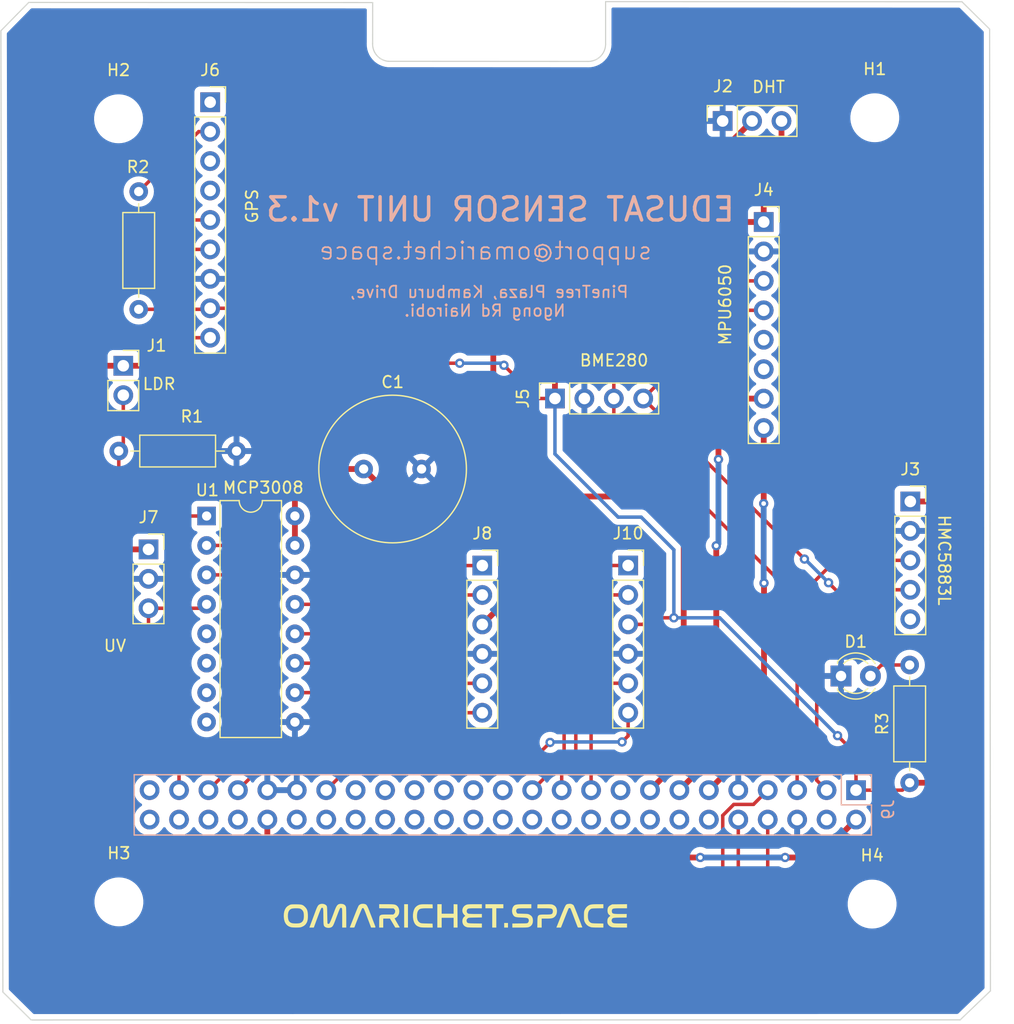
<source format=kicad_pcb>
(kicad_pcb (version 20211014) (generator pcbnew)
  (layers (0 "F.Cu" signal) (31 "B.Cu" power) (34 "B.Paste" user) (35 "F.Paste" user) (36 "B.SilkS" user "B.Silkscreen") (37 "F.SilkS" user "F.Silkscreen") (38 "B.Mask" user) (39 "F.Mask" user) (44 "Edge.Cuts" user))
  (net 0 "")
  (net 1 "+5V")
  (net 2 "GND")
  (net 3 "CH0")
  (net 4 "DHTOUT")
  (net 5 "+3.3V")
  (net 6 "SCL")
  (net 7 "SDA")
  (net 11 "ADO")
  (net 12 "INT")
  (net 16 "TX")
  (net 17 "RX")
  (net 18 "PPS")
  (net 19 "CH3")
  (net 20 "CLK")
  (net 21 "MISO")
  (net 22 "MOSI")
  (net 23 "CS")
  (net 30 "RXO1_MOSI")
  (net 32 "RXO_MISO")
  (net 34 "TXI_CLK")
  (net 48 "TXI1_CS")
  (net 51 "CH1")
  (net 53 "CH2")
  (net 62 "/EN")
  (net 63 "Net-(D1-Pad2)")
  (footprint "LED_THT:LED_D3.0mm" (layer "F.Cu") (at 158.295 119.74)
    (fp_text reference "D1" (at 1.27 -2.96) (layer "F.SilkS"))
    (fp_text value "LED")
    (pad "1" thru_hole rect (at 0 0) (size 1.8 1.8) (drill 0.9) (layers *.Cu *.Mask) (net 2 "GND"))
    (pad "2" thru_hole circle (at 2.54 0) (size 1.8 1.8) (drill 0.9) (layers *.Cu *.Mask) (net 63 "Net-(D1-Pad2)"))
  )
  (footprint "Resistor_THT:R_Axial_DIN0207_L6.3mm_D2.5mm_P10.16mm_Horizontal" (layer "F.Cu") (at 97.69 77.94 -90)
    (fp_text reference "R2" (at -2.12 0.06 180) (layer "F.SilkS"))
    (fp_text value "10K")
    (pad "1" thru_hole circle (at 0 0 270) (size 1.6 1.6) (drill 0.8) (layers *.Cu *.Mask) (net 62 "/EN"))
    (pad "2" thru_hole oval (at 10.16 0 270) (size 1.6 1.6) (drill 0.8) (layers *.Cu *.Mask) (net 5 "+3.3V"))
  )
  (footprint "MountingHole:MountingHole_3.2mm_M3" (layer "F.Cu") (at 95.95 71.66)
    (fp_text reference "H2" (at 0 -4.2) (layer "F.SilkS"))
    (fp_text value "MountingHole")
    (pad "" np_thru_hole circle (at 0 0) (size 3.2 3.2) (drill 3.2) (layers *.Cu *.Mask))
  )
  (footprint "Package_DIP:DIP-16_W7.62mm" (layer "F.Cu") (at 103.55 105.935)
    (fp_text reference "U1" (at 0.06 -2.225) (layer "F.SilkS"))
    (fp_text value "MCP3008")
    (pad "1" thru_hole rect (at 0 0) (size 1.6 1.6) (drill 0.8) (layers *.Cu *.Mask) (net 3 "CH0"))
    (pad "2" thru_hole oval (at 0 2.54) (size 1.6 1.6) (drill 0.8) (layers *.Cu *.Mask) (net 51 "CH1"))
    (pad "3" thru_hole oval (at 0 5.08) (size 1.6 1.6) (drill 0.8) (layers *.Cu *.Mask) (net 53 "CH2"))
    (pad "4" thru_hole oval (at 0 7.62) (size 1.6 1.6) (drill 0.8) (layers *.Cu *.Mask) (net 19 "CH3"))
    (pad "5" thru_hole oval (at 0 10.16) (size 1.6 1.6) (drill 0.8) (layers *.Cu *.Mask))
    (pad "6" thru_hole oval (at 0 12.7) (size 1.6 1.6) (drill 0.8) (layers *.Cu *.Mask))
    (pad "7" thru_hole oval (at 0 15.24) (size 1.6 1.6) (drill 0.8) (layers *.Cu *.Mask))
    (pad "8" thru_hole oval (at 0 17.78) (size 1.6 1.6) (drill 0.8) (layers *.Cu *.Mask))
    (pad "9" thru_hole oval (at 7.62 17.78) (size 1.6 1.6) (drill 0.8) (layers *.Cu *.Mask) (net 2 "GND"))
    (pad "10" thru_hole oval (at 7.62 15.24) (size 1.6 1.6) (drill 0.8) (layers *.Cu *.Mask) (net 23 "CS"))
    (pad "11" thru_hole oval (at 7.62 12.7) (size 1.6 1.6) (drill 0.8) (layers *.Cu *.Mask) (net 22 "MOSI"))
    (pad "12" thru_hole oval (at 7.62 10.16) (size 1.6 1.6) (drill 0.8) (layers *.Cu *.Mask) (net 21 "MISO"))
    (pad "13" thru_hole oval (at 7.62 7.62) (size 1.6 1.6) (drill 0.8) (layers *.Cu *.Mask) (net 20 "CLK"))
    (pad "14" thru_hole oval (at 7.62 5.08) (size 1.6 1.6) (drill 0.8) (layers *.Cu *.Mask) (net 2 "GND"))
    (pad "15" thru_hole oval (at 7.62 2.54) (size 1.6 1.6) (drill 0.8) (layers *.Cu *.Mask) (net 1 "+5V"))
    (pad "16" thru_hole oval (at 7.62 0) (size 1.6 1.6) (drill 0.8) (layers *.Cu *.Mask) (net 1 "+5V"))
  )
  (footprint "Connector_PinSocket_2.54mm:PinSocket_1x03_P2.54mm_Vertical" (layer "F.Cu") (at 98.535 108.815)
    (fp_text reference "J7" (at 0 -2.77) (layer "F.SilkS"))
    (fp_text value "Conn_01x03_GUVA-S12SD")
    (pad "1" thru_hole rect (at 0 0) (size 1.7 1.7) (drill 1) (layers *.Cu *.Mask) (net 1 "+5V"))
    (pad "2" thru_hole oval (at 0 2.54) (size 1.7 1.7) (drill 1) (layers *.Cu *.Mask) (net 2 "GND"))
    (pad "3" thru_hole oval (at 0 5.08) (size 1.7 1.7) (drill 1) (layers *.Cu *.Mask) (net 19 "CH3"))
  )
  (footprint "MountingHole:MountingHole_3.2mm_M3" (layer "F.Cu") (at 161.21 71.57)
    (fp_text reference "H1" (at 0 -4.2) (layer "F.SilkS"))
    (fp_text value "MountingHole")
    (pad "" np_thru_hole circle (at 0 0) (size 3.2 3.2) (drill 3.2) (layers *.Cu *.Mask))
  )
  (footprint "Capacitor_THT:C_Radial_D12.5mm_H25.0mm_P5.00mm" (layer "F.Cu") (at 117.1 101.88)
    (fp_text reference "C1" (at 2.5 -7.5) (layer "F.SilkS"))
    (fp_text value "100n")
    (pad "1" thru_hole circle (at 0 0) (size 1.6 1.6) (drill 0.8) (layers *.Cu *.Mask) (net 1 "+5V"))
    (pad "2" thru_hole circle (at 5 0) (size 1.6 1.6) (drill 0.8) (layers *.Cu *.Mask) (net 2 "GND"))
  )
  (footprint "Connector_PinSocket_2.54mm:PinSocket_1x02_P2.54mm_Vertical" (layer "F.Cu") (at 96.36 92.97)
    (fp_text reference "J1" (at 2.87 -1.74) (layer "F.SilkS"))
    (fp_text value "Conn_01x02_Light")
    (pad "1" thru_hole rect (at 0 0) (size 1.7 1.7) (drill 1) (layers *.Cu *.Mask) (net 1 "+5V"))
    (pad "2" thru_hole oval (at 0 2.54) (size 1.7 1.7) (drill 1) (layers *.Cu *.Mask) (net 3 "CH0"))
  )
  (footprint "Connector_PinSocket_2.54mm:PinSocket_1x04_P2.54mm_Vertical" (layer "F.Cu") (at 133.61 95.795 90)
    (fp_text reference "J5" (at 0 -2.77 90) (layer "F.SilkS"))
    (fp_text value "Conn_01x04_BME280")
    (pad "1" thru_hole rect (at 0 0 90) (size 1.7 1.7) (drill 1) (layers *.Cu *.Mask) (net 5 "+3.3V"))
    (pad "2" thru_hole oval (at 0 2.54 90) (size 1.7 1.7) (drill 1) (layers *.Cu *.Mask) (net 2 "GND"))
    (pad "3" thru_hole oval (at 0 5.08 90) (size 1.7 1.7) (drill 1) (layers *.Cu *.Mask) (net 6 "SCL"))
    (pad "4" thru_hole oval (at 0 7.62 90) (size 1.7 1.7) (drill 1) (layers *.Cu *.Mask) (net 7 "SDA"))
  )
  (footprint "MountingHole:MountingHole_3.2mm_M3" (layer "F.Cu") (at 160.98 139.42)
    (fp_text reference "H4" (at 0 -4.2) (layer "F.SilkS"))
    (fp_text value "MountingHole")
    (pad "" np_thru_hole circle (at 0 0) (size 3.2 3.2) (drill 3.2) (layers *.Cu *.Mask))
  )
  (footprint "LOGO" (layer "F.Cu") (at 125.03 140.58)
    (fp_text reference "G***" hide)
    (fp_text value "LOGO" hide)
  )
  (footprint "Connector_PinSocket_2.54mm:PinSocket_1x08_P2.54mm_Vertical" (layer "F.Cu") (at 151.625 80.565)
    (fp_text reference "J4" (at 0 -2.77) (layer "F.SilkS"))
    (fp_text value "Conn_01x08_mpu6050")
    (pad "1" thru_hole rect (at 0 0) (size 1.7 1.7) (drill 1) (layers *.Cu *.Mask) (net 5 "+3.3V"))
    (pad "2" thru_hole oval (at 0 2.54) (size 1.7 1.7) (drill 1) (layers *.Cu *.Mask) (net 2 "GND"))
    (pad "3" thru_hole oval (at 0 5.08) (size 1.7 1.7) (drill 1) (layers *.Cu *.Mask) (net 6 "SCL"))
    (pad "4" thru_hole oval (at 0 7.62) (size 1.7 1.7) (drill 1) (layers *.Cu *.Mask) (net 7 "SDA"))
    (pad "5" thru_hole oval (at 0 10.16) (size 1.7 1.7) (drill 1) (layers *.Cu *.Mask))
    (pad "6" thru_hole oval (at 0 12.7) (size 1.7 1.7) (drill 1) (layers *.Cu *.Mask))
    (pad "7" thru_hole oval (at 0 15.24) (size 1.7 1.7) (drill 1) (layers *.Cu *.Mask) (net 11 "ADO"))
    (pad "8" thru_hole oval (at 0 17.78) (size 1.7 1.7) (drill 1) (layers *.Cu *.Mask) (net 12 "INT"))
  )
  (footprint "Connector_PinSocket_2.54mm:PinSocket_1x03_P2.54mm_Vertical" (layer "F.Cu") (at 148.08 71.85 90)
    (fp_text reference "J2" (at 2.995 0.025 180) (layer "F.SilkS"))
    (fp_text value "Conn_01x03_DHT")
    (pad "1" thru_hole rect (at 0 0 90) (size 1.7 1.7) (drill 1) (layers *.Cu *.Mask) (net 2 "GND"))
    (pad "2" thru_hole oval (at 0 2.54 90) (size 1.7 1.7) (drill 1) (layers *.Cu *.Mask) (net 4 "DHTOUT"))
    (pad "3" thru_hole oval (at 0 5.08 90) (size 1.7 1.7) (drill 1) (layers *.Cu *.Mask) (net 5 "+3.3V"))
  )
  (footprint "Connector_PinSocket_2.54mm:PinSocket_1x06_P2.54mm_Vertical" (layer "F.Cu") (at 139.925 110.205)
    (fp_text reference "J10" (at 0 -2.77) (layer "F.SilkS"))
    (fp_text value "Conn_01x06_LLCB")
    (pad "1" thru_hole rect (at 0 0) (size 1.7 1.7) (drill 1) (layers *.Cu *.Mask) (net 34 "TXI_CLK"))
    (pad "2" thru_hole oval (at 0 2.54) (size 1.7 1.7) (drill 1) (layers *.Cu *.Mask) (net 32 "RXO_MISO"))
    (pad "3" thru_hole oval (at 0 5.08) (size 1.7 1.7) (drill 1) (layers *.Cu *.Mask) (net 5 "+3.3V"))
    (pad "4" thru_hole oval (at 0 7.62) (size 1.7 1.7) (drill 1) (layers *.Cu *.Mask) (net 2 "GND"))
    (pad "5" thru_hole oval (at 0 10.16) (size 1.7 1.7) (drill 1) (layers *.Cu *.Mask) (net 30 "RXO1_MOSI"))
    (pad "6" thru_hole oval (at 0 12.7) (size 1.7 1.7) (drill 1) (layers *.Cu *.Mask) (net 48 "TXI1_CS"))
  )
  (footprint "Connector_PinSocket_2.54mm:PinSocket_1x05_P2.54mm_Vertical" (layer "F.Cu") (at 164.275 104.68)
    (fp_text reference "J3" (at 0 -2.77) (layer "F.SilkS"))
    (fp_text value "Conn_01x05_HMC5883L")
    (pad "1" thru_hole rect (at 0 0) (size 1.7 1.7) (drill 1) (layers *.Cu *.Mask) (net 5 "+3.3V"))
    (pad "2" thru_hole oval (at 0 2.54) (size 1.7 1.7) (drill 1) (layers *.Cu *.Mask) (net 2 "GND"))
    (pad "3" thru_hole oval (at 0 5.08) (size 1.7 1.7) (drill 1) (layers *.Cu *.Mask) (net 6 "SCL"))
    (pad "4" thru_hole oval (at 0 7.62) (size 1.7 1.7) (drill 1) (layers *.Cu *.Mask) (net 7 "SDA"))
    (pad "5" thru_hole oval (at 0 10.16) (size 1.7 1.7) (drill 1) (layers *.Cu *.Mask))
  )
  (footprint "Connector_PinSocket_2.54mm:PinSocket_1x06_P2.54mm_Vertical" (layer "F.Cu") (at 127.34 110.21)
    (fp_text reference "J8" (at 0 -2.77) (layer "F.SilkS"))
    (fp_text value "Conn_01x06_LLCA")
    (pad "1" thru_hole rect (at 0 0) (size 1.7 1.7) (drill 1) (layers *.Cu *.Mask) (net 20 "CLK"))
    (pad "2" thru_hole oval (at 0 2.54) (size 1.7 1.7) (drill 1) (layers *.Cu *.Mask) (net 21 "MISO"))
    (pad "3" thru_hole oval (at 0 5.08) (size 1.7 1.7) (drill 1) (layers *.Cu *.Mask) (net 1 "+5V"))
    (pad "4" thru_hole oval (at 0 7.62) (size 1.7 1.7) (drill 1) (layers *.Cu *.Mask) (net 2 "GND"))
    (pad "5" thru_hole oval (at 0 10.16) (size 1.7 1.7) (drill 1) (layers *.Cu *.Mask) (net 22 "MOSI"))
    (pad "6" thru_hole oval (at 0 12.7) (size 1.7 1.7) (drill 1) (layers *.Cu *.Mask) (net 23 "CS"))
  )
  (footprint "Resistor_THT:R_Axial_DIN0207_L6.3mm_D2.5mm_P10.16mm_Horizontal" (layer "F.Cu") (at 95.97 100.33)
    (fp_text reference "R1" (at 6.31 -2.98) (layer "F.SilkS"))
    (fp_text value "10k")
    (pad "1" thru_hole circle (at 0 0) (size 1.6 1.6) (drill 0.8) (layers *.Cu *.Mask) (net 3 "CH0"))
    (pad "2" thru_hole oval (at 10.16 0) (size 1.6 1.6) (drill 0.8) (layers *.Cu *.Mask) (net 2 "GND"))
  )
  (footprint "MountingHole:MountingHole_3.2mm_M3" (layer "F.Cu") (at 95.98 139.23)
    (fp_text reference "H3" (at 0 -4.2) (layer "F.SilkS"))
    (fp_text value "MountingHole")
    (pad "" np_thru_hole circle (at 0 0) (size 3.2 3.2) (drill 3.2) (layers *.Cu *.Mask))
  )
  (footprint "Resistor_THT:R_Axial_DIN0207_L6.3mm_D2.5mm_P10.16mm_Horizontal" (layer "F.Cu") (at 164.22 128.95 90)
    (fp_text reference "R3" (at 5.08 -2.37 90) (layer "F.SilkS"))
    (fp_text value "R")
    (pad "1" thru_hole circle (at 0 0 90) (size 1.6 1.6) (drill 0.8) (layers *.Cu *.Mask) (net 5 "+3.3V"))
    (pad "2" thru_hole oval (at 10.16 0 90) (size 1.6 1.6) (drill 0.8) (layers *.Cu *.Mask) (net 63 "Net-(D1-Pad2)"))
  )
  (footprint "Connector_PinSocket_2.54mm:PinSocket_1x09_P2.54mm_Vertical" (layer "F.Cu") (at 103.855 70.23)
    (fp_text reference "J6" (at 0 -2.77) (layer "F.SilkS"))
    (fp_text value "Conn_01x09_GPS")
    (pad "1" thru_hole rect (at 0 0) (size 1.7 1.7) (drill 1) (layers *.Cu *.Mask))
    (pad "2" thru_hole oval (at 0 2.54) (size 1.7 1.7) (drill 1) (layers *.Cu *.Mask) (net 62 "/EN"))
    (pad "3" thru_hole oval (at 0 5.08) (size 1.7 1.7) (drill 1) (layers *.Cu *.Mask))
    (pad "4" thru_hole oval (at 0 7.62) (size 1.7 1.7) (drill 1) (layers *.Cu *.Mask))
    (pad "5" thru_hole oval (at 0 10.16) (size 1.7 1.7) (drill 1) (layers *.Cu *.Mask) (net 16 "TX"))
    (pad "6" thru_hole oval (at 0 12.7) (size 1.7 1.7) (drill 1) (layers *.Cu *.Mask) (net 17 "RX"))
    (pad "7" thru_hole oval (at 0 15.24) (size 1.7 1.7) (drill 1) (layers *.Cu *.Mask) (net 2 "GND"))
    (pad "8" thru_hole oval (at 0 17.78) (size 1.7 1.7) (drill 1) (layers *.Cu *.Mask) (net 5 "+3.3V"))
    (pad "9" thru_hole oval (at 0 20.32) (size 1.7 1.7) (drill 1) (layers *.Cu *.Mask) (net 18 "PPS"))
  )
  (footprint "Connector_PinSocket_2.54mm:PinSocket_2x25_P2.54mm_Vertical" (layer "B.Cu") (at 159.59 129.59 90)
    (fp_text reference "J9" (at -1.67 2.77 90) (layer "B.SilkS") (effects (justify mirror)))
    (fp_text value "Conn_02x25_Odd_Even")
    (pad "1" thru_hole rect (at 0 0 90) (size 1.7 1.7) (drill 1) (layers *.Cu *.Mask) (net 5 "+3.3V"))
    (pad "2" thru_hole oval (at -2.54 0 90) (size 1.7 1.7) (drill 1) (layers *.Cu *.Mask) (net 1 "+5V"))
    (pad "3" thru_hole oval (at 0 -2.54 90) (size 1.7 1.7) (drill 1) (layers *.Cu *.Mask) (net 7 "SDA"))
    (pad "4" thru_hole oval (at -2.54 -2.54 90) (size 1.7 1.7) (drill 1) (layers *.Cu *.Mask))
    (pad "5" thru_hole oval (at 0 -5.08 90) (size 1.7 1.7) (drill 1) (layers *.Cu *.Mask) (net 6 "SCL"))
    (pad "6" thru_hole oval (at -2.54 -5.08 90) (size 1.7 1.7) (drill 1) (layers *.Cu *.Mask) (net 2 "GND"))
    (pad "7" thru_hole oval (at 0 -7.62 90) (size 1.7 1.7) (drill 1) (layers *.Cu *.Mask) (net 18 "PPS"))
    (pad "8" thru_hole oval (at -2.54 -7.62 90) (size 1.7 1.7) (drill 1) (layers *.Cu *.Mask) (net 16 "TX"))
    (pad "9" thru_hole oval (at 0 -10.16 90) (size 1.7 1.7) (drill 1) (layers *.Cu *.Mask) (net 2 "GND"))
    (pad "10" thru_hole oval (at -2.54 -10.16 90) (size 1.7 1.7) (drill 1) (layers *.Cu *.Mask) (net 17 "RX"))
    (pad "11" thru_hole oval (at 0 -12.7 90) (size 1.7 1.7) (drill 1) (layers *.Cu *.Mask) (net 12 "INT"))
    (pad "12" thru_hole oval (at -2.54 -12.7 90) (size 1.7 1.7) (drill 1) (layers *.Cu *.Mask))
    (pad "13" thru_hole oval (at 0 -15.24 90) (size 1.7 1.7) (drill 1) (layers *.Cu *.Mask) (net 11 "ADO"))
    (pad "14" thru_hole oval (at -2.54 -15.24 90) (size 1.7 1.7) (drill 1) (layers *.Cu *.Mask))
    (pad "15" thru_hole oval (at 0 -17.78 90) (size 1.7 1.7) (drill 1) (layers *.Cu *.Mask) (net 4 "DHTOUT"))
    (pad "16" thru_hole oval (at -2.54 -17.78 90) (size 1.7 1.7) (drill 1) (layers *.Cu *.Mask))
    (pad "17" thru_hole oval (at 0 -20.32 90) (size 1.7 1.7) (drill 1) (layers *.Cu *.Mask))
    (pad "18" thru_hole oval (at -2.54 -20.32 90) (size 1.7 1.7) (drill 1) (layers *.Cu *.Mask))
    (pad "19" thru_hole oval (at 0 -22.86 90) (size 1.7 1.7) (drill 1) (layers *.Cu *.Mask) (net 30 "RXO1_MOSI"))
    (pad "20" thru_hole oval (at -2.54 -22.86 90) (size 1.7 1.7) (drill 1) (layers *.Cu *.Mask))
    (pad "21" thru_hole oval (at 0 -25.4 90) (size 1.7 1.7) (drill 1) (layers *.Cu *.Mask) (net 32 "RXO_MISO"))
    (pad "22" thru_hole oval (at -2.54 -25.4 90) (size 1.7 1.7) (drill 1) (layers *.Cu *.Mask))
    (pad "23" thru_hole oval (at 0 -27.94 90) (size 1.7 1.7) (drill 1) (layers *.Cu *.Mask) (net 34 "TXI_CLK"))
    (pad "24" thru_hole oval (at -2.54 -27.94 90) (size 1.7 1.7) (drill 1) (layers *.Cu *.Mask))
    (pad "25" thru_hole oval (at 0 -30.48 90) (size 1.7 1.7) (drill 1) (layers *.Cu *.Mask))
    (pad "26" thru_hole oval (at -2.54 -30.48 90) (size 1.7 1.7) (drill 1) (layers *.Cu *.Mask))
    (pad "27" thru_hole oval (at 0 -33.02 90) (size 1.7 1.7) (drill 1) (layers *.Cu *.Mask))
    (pad "28" thru_hole oval (at -2.54 -33.02 90) (size 1.7 1.7) (drill 1) (layers *.Cu *.Mask))
    (pad "29" thru_hole oval (at 0 -35.56 90) (size 1.7 1.7) (drill 1) (layers *.Cu *.Mask))
    (pad "30" thru_hole oval (at -2.54 -35.56 90) (size 1.7 1.7) (drill 1) (layers *.Cu *.Mask))
    (pad "31" thru_hole oval (at 0 -38.1 90) (size 1.7 1.7) (drill 1) (layers *.Cu *.Mask))
    (pad "32" thru_hole oval (at -2.54 -38.1 90) (size 1.7 1.7) (drill 1) (layers *.Cu *.Mask))
    (pad "33" thru_hole oval (at 0 -40.64 90) (size 1.7 1.7) (drill 1) (layers *.Cu *.Mask))
    (pad "34" thru_hole oval (at -2.54 -40.64 90) (size 1.7 1.7) (drill 1) (layers *.Cu *.Mask))
    (pad "35" thru_hole oval (at 0 -43.18 90) (size 1.7 1.7) (drill 1) (layers *.Cu *.Mask))
    (pad "36" thru_hole oval (at -2.54 -43.18 90) (size 1.7 1.7) (drill 1) (layers *.Cu *.Mask))
    (pad "37" thru_hole oval (at 0 -45.72 90) (size 1.7 1.7) (drill 1) (layers *.Cu *.Mask) (net 48 "TXI1_CS"))
    (pad "38" thru_hole oval (at -2.54 -45.72 90) (size 1.7 1.7) (drill 1) (layers *.Cu *.Mask))
    (pad "39" thru_hole oval (at 0 -48.26 90) (size 1.7 1.7) (drill 1) (layers *.Cu *.Mask) (net 2 "GND"))
    (pad "40" thru_hole oval (at -2.54 -48.26 90) (size 1.7 1.7) (drill 1) (layers *.Cu *.Mask))
    (pad "41" thru_hole oval (at 0 -50.8 90) (size 1.7 1.7) (drill 1) (layers *.Cu *.Mask) (net 2 "GND"))
    (pad "42" thru_hole oval (at -2.54 -50.8 90) (size 1.7 1.7) (drill 1) (layers *.Cu *.Mask) (net 1 "+5V"))
    (pad "43" thru_hole oval (at 0 -53.34 90) (size 1.7 1.7) (drill 1) (layers *.Cu *.Mask) (net 51 "CH1"))
    (pad "44" thru_hole oval (at -2.54 -53.34 90) (size 1.7 1.7) (drill 1) (layers *.Cu *.Mask))
    (pad "45" thru_hole oval (at 0 -55.88 90) (size 1.7 1.7) (drill 1) (layers *.Cu *.Mask) (net 53 "CH2"))
    (pad "46" thru_hole oval (at -2.54 -55.88 90) (size 1.7 1.7) (drill 1) (layers *.Cu *.Mask))
    (pad "47" thru_hole oval (at 0 -58.42 90) (size 1.7 1.7) (drill 1) (layers *.Cu *.Mask) (net 19 "CH3"))
    (pad "48" thru_hole oval (at -2.54 -58.42 90) (size 1.7 1.7) (drill 1) (layers *.Cu *.Mask))
    (pad "49" thru_hole oval (at 0 -60.96 90) (size 1.7 1.7) (drill 1) (layers *.Cu *.Mask))
    (pad "50" thru_hole oval (at -2.54 -60.96 90) (size 1.7 1.7) (drill 1) (layers *.Cu *.Mask))
  )
  (gr_line (start 137.979995 65.22) (end 137.98 61.55) (layer "Edge.Cuts") (width 0.1))
  (gr_line (start 137.98 61.55) (end 168.73 61.56) (layer "Edge.Cuts") (width 0.1))
  (gr_arc (start 119.25 66.7) (mid 118.252167 66.207526) (end 117.877136 65.159884) (layer "Edge.Cuts") (width 0.1))
  (gr_line (start 171.19 146.91) (end 168.58 149.41) (layer "Edge.Cuts") (width 0.1))
  (gr_line (start 85.97 147.01) (end 85.8 64.06) (layer "Edge.Cuts") (width 0.1))
  (gr_line (start 168.73 61.56) (end 171.12 63.92) (layer "Edge.Cuts") (width 0.1))
  (gr_line (start 117.88 61.63) (end 88.2 61.62) (layer "Edge.Cuts") (width 0.1))
  (gr_arc (start 137.979995 65.22) (mid 137.526444 66.28473) (end 136.45 66.709733) (layer "Edge.Cuts") (width 0.1))
  (gr_line (start 117.877136 65.159884) (end 117.88 61.63) (layer "Edge.Cuts") (width 0.1))
  (gr_line (start 136.45 66.709733) (end 119.25 66.7) (layer "Edge.Cuts") (width 0.1))
  (gr_line (start 85.8 64.06) (end 88.2 61.62) (layer "Edge.Cuts") (width 0.1))
  (gr_line (start 168.58 149.41) (end 88.41 149.42) (layer "Edge.Cuts") (width 0.1))
  (gr_line (start 88.41 149.42) (end 85.97 147.01) (layer "Edge.Cuts") (width 0.1))
  (gr_line (start 171.12 63.92) (end 171.19 146.91) (layer "Edge.Cuts") (width 0.1))
  (gr_text "EDUSAT SENSOR UNIT v1.3" (at 128.9 79.48) (layer "B.SilkS") (effects (font (size 2 2) (thickness 0.3)) (justify mirror)))
  (gr_text "PineTree Plaza, Kamburu Drive, \nNgong Rd Nairobi." (at 127.56 87.41) (layer "B.SilkS") (effects (font (size 1 1)) (justify mirror)))
  (gr_text "support@omarichet.space" (at 127.62 83.05) (layer "B.SilkS") (effects (font (size 1.5 1.5)) (justify mirror)))
  (gr_text "MCP3008" (at 108.44 103.49) (layer "F.SilkS") (effects (font (size 1 1))))
  (gr_text "MPU6050" (at 148.3 87.69 90) (layer "F.SilkS") (effects (font (size 1 1))))
  (gr_text "LDR" (at 99.45 94.54) (layer "F.SilkS") (effects (font (size 1 1))))
  (gr_text "HMC5883L" (at 167.2 109.75 270) (layer "F.SilkS") (effects (font (size 1 1))))
  (gr_text "UV" (at 95.64 117.13) (layer "F.SilkS") (effects (font (size 1 1))))
  (gr_text "GPS" (at 107.475 79.2 90) (layer "F.SilkS") (effects (font (size 1 1))))
  (gr_text "DHT" (at 152.045 68.915) (layer "F.SilkS") (effects (font (size 1 1))))
  (gr_text "BME280" (at 138.71 92.51) (layer "F.SilkS") (effects (font (size 1 1))))
  (segment (start 107.53 135.4) (end 146.15 135.4) (width 0.5) (layer "F.Cu") (net 1))
  (segment (start 130.75 108.6) (end 130.75 111.88) (width 0.5) (layer "F.Cu") (net 1))
  (segment (start 96.36 92.97) (end 99.43 92.97) (width 0.5) (layer "F.Cu") (net 1))
  (segment (start 94.07 92.97) (end 96.36 92.97) (width 0.5) (layer "F.Cu") (net 1))
  (segment (start 156.32 135.4) (end 159.59 132.13) (width 0.5) (layer "F.Cu") (net 1))
  (segment (start 109.13 96.22) (end 112.805 99.895) (width 0.5) (layer "F.Cu") (net 1))
  (segment (start 121.34 106.12) (end 128.27 106.12) (width 0.5) (layer "F.Cu") (net 1))
  (segment (start 111.17 105.935) (end 111.17 108.475) (width 0.5) (layer "F.Cu") (net 1))
  (segment (start 93.15 106.23) (end 93.15 93.89) (width 0.5) (layer "F.Cu") (net 1))
  (segment (start 93.15 106.23) (end 93.15 130.83) (width 0.5) (layer "F.Cu") (net 1))
  (segment (start 95.735 108.815) (end 93.15 106.23) (width 0.5) (layer "F.Cu") (net 1))
  (segment (start 128.27 106.12) (end 130.75 108.6) (width 0.5) (layer "F.Cu") (net 1))
  (segment (start 112.805 99.895) (end 114.79 101.88) (width 0.5) (layer "F.Cu") (net 1))
  (segment (start 112.805 99.895) (end 111.17 101.53) (width 0.5) (layer "F.Cu") (net 1))
  (segment (start 130.75 111.88) (end 127.34 115.29) (width 0.5) (layer "F.Cu") (net 1))
  (segment (start 117.1 101.88) (end 121.34 106.12) (width 0.5) (layer "F.Cu") (net 1))
  (segment (start 111.17 101.53) (end 111.17 105.935) (width 0.5) (layer "F.Cu") (net 1))
  (segment (start 153.47 135.4) (end 156.32 135.4) (width 0.5) (layer "F.Cu") (net 1))
  (segment (start 97.75 135.43) (end 107.5 135.43) (width 0.5) (layer "F.Cu") (net 1))
  (segment (start 108.79 134.14) (end 108.79 132.13) (width 0.5) (layer "F.Cu") (net 1))
  (segment (start 99.43 92.97) (end 102.68 96.22) (width 0.5) (layer "F.Cu") (net 1))
  (segment (start 107.5 135.43) (end 108.79 134.14) (width 0.5) (layer "F.Cu") (net 1))
  (segment (start 107.5 135.43) (end 107.53 135.4) (width 0.5) (layer "F.Cu") (net 1))
  (segment (start 93.15 93.89) (end 94.07 92.97) (width 0.5) (layer "F.Cu") (net 1))
  (segment (start 102.68 96.22) (end 109.13 96.22) (width 0.5) (layer "F.Cu") (net 1))
  (segment (start 98.535 108.815) (end 95.735 108.815) (width 0.5) (layer "F.Cu") (net 1))
  (segment (start 114.79 101.88) (end 117.1 101.88) (width 0.5) (layer "F.Cu") (net 1))
  (segment (start 93.15 130.83) (end 97.75 135.43) (width 0.5) (layer "F.Cu") (net 1))
  (via (at 153.47 135.4) (size 0.8) (drill 0.4) (layers "F.Cu" "B.Cu") (net 1))
  (via (at 146.15 135.4) (size 0.8) (drill 0.4) (layers "F.Cu" "B.Cu") (net 1))
  (segment (start 146.15 135.4) (end 153.47 135.4) (width 0.5) (layer "B.Cu") (net 1))
  (segment (start 98.965 105.935) (end 103.55 105.935) (width 0.3) (layer "F.Cu") (net 3))
  (segment (start 95.97 100.33) (end 95.97 102.94) (width 0.3) (layer "F.Cu") (net 3))
  (segment (start 96.36 99.94) (end 95.97 100.33) (width 0.3) (layer "F.Cu") (net 3))
  (segment (start 95.97 102.94) (end 98.965 105.935) (width 0.3) (layer "F.Cu") (net 3))
  (segment (start 96.36 95.51) (end 96.36 99.94) (width 0.3) (layer "F.Cu") (net 3))
  (segment (start 96.4 99.9) (end 95.97 100.33) (width 0.3) (layer "F.Cu") (net 3))
  (segment (start 144.72 126.68) (end 141.81 129.59) (width 0.5) (layer "F.Cu") (net 4))
  (segment (start 144.93 75.72) (end 136 84.65) (width 0.5) (layer "F.Cu") (net 4))
  (segment (start 133.96 104.25) (end 142.81 104.25) (width 0.5) (layer "F.Cu") (net 4))
  (segment (start 133.1 84.65) (end 128.29 89.46) (width 0.5) (layer "F.Cu") (net 4))
  (segment (start 150.62 71.85) (end 146.75 75.72) (width 0.5) (layer "F.Cu") (net 4))
  (segment (start 136 84.65) (end 133.1 84.65) (width 0.5) (layer "F.Cu") (net 4))
  (segment (start 142.81 104.25) (end 144.72 106.16) (width 0.5) (layer "F.Cu") (net 4))
  (segment (start 146.75 75.72) (end 144.93 75.72) (width 0.5) (layer "F.Cu") (net 4))
  (segment (start 128.29 98.58) (end 133.96 104.25) (width 0.5) (layer "F.Cu") (net 4))
  (segment (start 128.29 89.46) (end 128.29 98.58) (width 0.5) (layer "F.Cu") (net 4))
  (segment (start 144.72 106.16) (end 144.72 126.68) (width 0.5) (layer "F.Cu") (net 4))
  (segment (start 143.8705 114.72) (end 141.78 114.72) (width 0.3) (layer "F.Cu") (net 5))
  (segment (start 164.275 104.68) (end 166.39 104.68) (width 0.5) (layer "F.Cu") (net 5))
  (segment (start 141.215 115.285) (end 139.925 115.285) (width 0.3) (layer "F.Cu") (net 5))
  (segment (start 133.61 92.95) (end 133.61 95.795) (width 0.5) (layer "F.Cu") (net 5))
  (segment (start 125.39 92.75) (end 112.17 92.75) (width 0.3) (layer "F.Cu") (net 5))
  (segment (start 141.78 114.72) (end 141.215 115.285) (width 0.3) (layer "F.Cu") (net 5))
  (segment (start 153.16 71.85) (end 153.16 75.01) (width 0.5) (layer "F.Cu") (net 5))
  (segment (start 133.61 95.795) (end 132.075 95.795) (width 0.3) (layer "F.Cu") (net 5))
  (segment (start 97.69 88.1) (end 103.765 88.1) (width 0.3) (layer "F.Cu") (net 5))
  (segment (start 166.87 128.95) (end 164.22 128.95) (width 0.5) (layer "F.Cu") (net 5))
  (segment (start 103.765 88.1) (end 103.855 88.01) (width 0.3) (layer "F.Cu") (net 5))
  (segment (start 163.58 129.59) (end 164.22 128.95) (width 0.3) (layer "F.Cu") (net 5))
  (segment (start 132.075 95.795) (end 129.21 92.93) (width 0.3) (layer "F.Cu") (net 5))
  (segment (start 159.59 129.59) (end 163.58 129.59) (width 0.3) (layer "F.Cu") (net 5))
  (segment (start 145.995 80.565) (end 133.61 92.95) (width 0.5) (layer "F.Cu") (net 5))
  (segment (start 151.625 80.565) (end 145.995 80.565) (width 0.5) (layer "F.Cu") (net 5))
  (segment (start 168.19 127.63) (end 166.87 128.95) (width 0.5) (layer "F.Cu") (net 5))
  (segment (start 151.625 76.545) (end 151.625 80.565) (width 0.5) (layer "F.Cu") (net 5))
  (segment (start 153.16 75.01) (end 151.625 76.545) (width 0.5) (layer "F.Cu") (net 5))
  (segment (start 168.19 106.48) (end 168.19 127.63) (width 0.5) (layer "F.Cu") (net 5))
  (segment (start 159.59 129.59) (end 159.59 126.48) (width 0.3) (layer "F.Cu") (net 5))
  (segment (start 112.17 92.75) (end 107.43 88.01) (width 0.3) (layer "F.Cu") (net 5))
  (segment (start 159.59 126.48) (end 158 124.89) (width 0.3) (layer "F.Cu") (net 5))
  (segment (start 107.43 88.01) (end 103.855 88.01) (width 0.3) (layer "F.Cu") (net 5))
  (segment (start 166.39 104.68) (end 168.19 106.48) (width 0.5) (layer "F.Cu") (net 5))
  (via (at 158 124.89) (size 0.8) (drill 0.4) (layers "F.Cu" "B.Cu") (net 5))
  (via (at 143.8705 114.72) (size 0.8) (drill 0.4) (layers "F.Cu" "B.Cu") (net 5))
  (via (at 129.21 92.93) (size 0.8) (drill 0.4) (layers "F.Cu" "B.Cu") (net 5))
  (via (at 125.39 92.75) (size 0.8) (drill 0.4) (layers "F.Cu" "B.Cu") (net 5))
  (segment (start 129.03 92.75) (end 125.39 92.75) (width 0.3) (layer "B.Cu") (net 5))
  (segment (start 129.21 92.93) (end 129.03 92.75) (width 0.3) (layer "B.Cu") (net 5))
  (segment (start 143.8705 114.72) (end 143.8705 108.8505) (width 0.3) (layer "B.Cu") (net 5))
  (segment (start 139.06 106.03) (end 133.61 100.58) (width 0.3) (layer "B.Cu") (net 5))
  (segment (start 147.83 114.72) (end 143.8705 114.72) (width 0.3) (layer "B.Cu") (net 5))
  (segment (start 141.05 106.03) (end 139.06 106.03) (width 0.3) (layer "B.Cu") (net 5))
  (segment (start 158 124.89) (end 147.83 114.72) (width 0.3) (layer "B.Cu") (net 5))
  (segment (start 143.8705 108.8505) (end 141.05 106.03) (width 0.3) (layer "B.Cu") (net 5))
  (segment (start 133.61 100.58) (end 133.61 95.795) (width 0.3) (layer "B.Cu") (net 5))
  (segment (start 138.69 95.795) (end 138.69 93.53) (width 0.3) (layer "F.Cu") (net 6))
  (segment (start 138.69 93.53) (end 146.575 85.645) (width 0.3) (layer "F.Cu") (net 6))
  (segment (start 138.69 95.795) (end 138.69 97.25) (width 0.3) (layer "F.Cu") (net 6))
  (segment (start 157.82 109.76) (end 154.51 113.07) (width 0.3) (layer "F.Cu") (net 6))
  (segment (start 138.69 97.25) (end 154.51 113.07) (width 0.3) (layer "F.Cu") (net 6))
  (segment (start 164.275 109.76) (end 157.82 109.76) (width 0.3) (layer "F.Cu") (net 6))
  (segment (start 154.51 113.07) (end 154.51 129.59) (width 0.3) (layer "F.Cu") (net 6))
  (segment (start 146.575 85.645) (end 151.625 85.645) (width 0.3) (layer "F.Cu") (net 6))
  (segment (start 157.22 111.69) (end 158.13 112.6) (width 0.3) (layer "F.Cu") (net 7))
  (segment (start 141.23 95.795) (end 153.995 108.56) (width 0.3) (layer "F.Cu") (net 7))
  (segment (start 156.2 114.77) (end 156.2 128.74) (width 0.3) (layer "F.Cu") (net 7))
  (segment (start 154.05 108.56) (end 155.14 109.65) (width 0.3) (layer "F.Cu") (net 7))
  (segment (start 141.23 95.795) (end 148.84 88.185) (width 0.3) (layer "F.Cu") (net 7))
  (segment (start 158.37 112.6) (end 156.2 114.77) (width 0.3) (layer "F.Cu") (net 7))
  (segment (start 148.84 88.185) (end 151.625 88.185) (width 0.3) (layer "F.Cu") (net 7))
  (segment (start 158.13 112.6) (end 158.37 112.6) (width 0.3) (layer "F.Cu") (net 7))
  (segment (start 164.275 112.3) (end 158.67 112.3) (width 0.3) (layer "F.Cu") (net 7))
  (segment (start 153.995 108.56) (end 154.05 108.56) (width 0.3) (layer "F.Cu") (net 7))
  (segment (start 156.2 128.74) (end 157.05 129.59) (width 0.3) (layer "F.Cu") (net 7))
  (segment (start 158.67 112.3) (end 158.37 112.6) (width 0.3) (layer "F.Cu") (net 7))
  (via (at 157.22 111.69) (size 0.8) (drill 0.4) (layers "F.Cu" "B.Cu") (net 7))
  (via (at 155.14 109.65) (size 0.8) (drill 0.4) (layers "F.Cu" "B.Cu") (net 7))
  (segment (start 155.14 109.65) (end 155.18 109.65) (width 0.3) (layer "B.Cu") (net 7))
  (segment (start 155.18 109.65) (end 157.22 111.69) (width 0.3) (layer "B.Cu") (net 7))
  (segment (start 151.625 95.805) (end 149.605 95.805) (width 0.5) (layer "F.Cu") (net 11))
  (segment (start 147.72 97.69) (end 147.72 101.05) (width 0.5) (layer "F.Cu") (net 11))
  (segment (start 147.53 108.5) (end 147.53 126.41) (width 0.5) (layer "F.Cu") (net 11))
  (segment (start 149.605 95.805) (end 147.99 97.42) (width 0.5) (layer "F.Cu") (net 11))
  (segment (start 147.99 97.42) (end 147.72 97.69) (width 0.5) (layer "F.Cu") (net 11))
  (segment (start 147.53 126.41) (end 144.35 129.59) (width 0.5) (layer "F.Cu") (net 11))
  (via (at 147.72 101.05) (size 0.8) (drill 0.4) (layers "F.Cu" "B.Cu") (net 11))
  (via (at 147.53 108.5) (size 0.8) (drill 0.4) (layers "F.Cu" "B.Cu") (net 11))
  (segment (start 147.72 101.05) (end 147.72 108.31) (width 0.5) (layer "B.Cu") (net 11))
  (segment (start 147.72 108.31) (end 147.53 108.5) (width 0.5) (layer "B.Cu") (net 11))
  (segment (start 151.625 98.345) (end 151.625 104.855) (width 0.5) (layer "F.Cu") (net 12))
  (segment (start 151.625 104.855) (end 151.62 104.86) (width 0.5) (layer "F.Cu") (net 12))
  (segment (start 151.65 124.83) (end 146.89 129.59) (width 0.5) (layer "F.Cu") (net 12))
  (segment (start 151.65 111.72) (end 151.65 124.83) (width 0.5) (layer "F.Cu") (net 12))
  (via (at 151.62 104.86) (size 0.8) (drill 0.4) (layers "F.Cu" "B.Cu") (net 12))
  (via (at 151.65 111.72) (size 0.8) (drill 0.4) (layers "F.Cu" "B.Cu") (net 12))
  (segment (start 151.62 111.69) (end 151.65 111.72) (width 0.5) (layer "B.Cu") (net 12))
  (segment (start 151.62 104.86) (end 151.62 111.69) (width 0.5) (layer "B.Cu") (net 12))
  (segment (start 93.85 147.44) (end 148.59 147.44) (width 0.3) (layer "F.Cu") (net 16))
  (segment (start 87.59 141.18) (end 93.85 147.44) (width 0.3) (layer "F.Cu") (net 16))
  (segment (start 151.97 143.88) (end 151.97 132.13) (width 0.3) (layer "F.Cu") (net 16))
  (segment (start 103.855 80.39) (end 96.77 80.39) (width 0.3) (layer "F.Cu") (net 16))
  (segment (start 152.06 143.97) (end 151.97 143.88) (width 0.3) (layer "F.Cu") (net 16))
  (segment (start 87.59 89.57) (end 87.59 141.18) (width 0.3) (layer "F.Cu") (net 16))
  (segment (start 148.59 147.44) (end 152.06 143.97) (width 0.3) (layer "F.Cu") (net 16))
  (segment (start 96.77 80.39) (end 87.59 89.57) (width 0.3) (layer "F.Cu") (net 16))
  (segment (start 103.855 82.93) (end 97.22 82.93) (width 0.3) (layer "F.Cu") (net 17))
  (segment (start 97.22 82.93) (end 89.81 90.34) (width 0.3) (layer "F.Cu") (net 17))
  (segment (start 149.43 143.58) (end 149.43 132.13) (width 0.3) (layer "F.Cu") (net 17))
  (segment (start 89.81 90.34) (end 89.81 140.67) (width 0.3) (layer "F.Cu") (net 17))
  (segment (start 94.56 145.42) (end 147.59 145.42) (width 0.3) (layer "F.Cu") (net 17))
  (segment (start 89.81 140.67) (end 94.56 145.42) (width 0.3) (layer "F.Cu") (net 17))
  (segment (start 147.59 145.42) (end 149.43 143.58) (width 0.3) (layer "F.Cu") (net 17))
  (segment (start 146.38 144.27) (end 148.09 142.56) (width 0.3) (layer "F.Cu") (net 18))
  (segment (start 103.855 90.55) (end 93.94 90.55) (width 0.3) (layer "F.Cu") (net 18))
  (segment (start 95.1 144.27) (end 146.38 144.27) (width 0.3) (layer "F.Cu") (net 18))
  (segment (start 91.01 140.18) (end 95.1 144.27) (width 0.3) (layer "F.Cu") (net 18))
  (segment (start 93.94 90.55) (end 91.01 93.48) (width 0.3) (layer "F.Cu") (net 18))
  (segment (start 91.01 93.48) (end 91.01 140.18) (width 0.3) (layer "F.Cu") (net 18))
  (segment (start 148.09 131.772943) (end 149.042943 130.82) (width 0.3) (layer "F.Cu") (net 18))
  (segment (start 149.042943 130.82) (end 150.74 130.82) (width 0.3) (layer "F.Cu") (net 18))
  (segment (start 148.09 142.56) (end 148.09 131.772943) (width 0.3) (layer "F.Cu") (net 18))
  (segment (start 150.74 130.82) (end 151.97 129.59) (width 0.3) (layer "F.Cu") (net 18))
  (segment (start 101.17 126.28) (end 101.17 129.59) (width 0.3) (layer "F.Cu") (net 19))
  (segment (start 98.535 113.895) (end 98.535 123.645) (width 0.3) (layer "F.Cu") (net 19))
  (segment (start 103.21 113.895) (end 103.55 113.555) (width 0.3) (layer "F.Cu") (net 19))
  (segment (start 98.535 113.895) (end 103.21 113.895) (width 0.3) (layer "F.Cu") (net 19))
  (segment (start 98.535 123.645) (end 101.17 126.28) (width 0.3) (layer "F.Cu") (net 19))
  (segment (start 124.67 110.21) (end 127.34 110.21) (width 0.3) (layer "F.Cu") (net 20))
  (segment (start 111.17 113.555) (end 121.325 113.555) (width 0.3) (layer "F.Cu") (net 20))
  (segment (start 121.325 113.555) (end 124.67 110.21) (width 0.3) (layer "F.Cu") (net 20))
  (segment (start 121.265 116.095) (end 124.61 112.75) (width 0.3) (layer "F.Cu") (net 21))
  (segment (start 111.17 116.095) (end 121.265 116.095) (width 0.3) (layer "F.Cu") (net 21))
  (segment (start 124.61 112.75) (end 127.34 112.75) (width 0.3) (layer "F.Cu") (net 21))
  (segment (start 122.94 120.37) (end 121.205 118.635) (width 0.3) (layer "F.Cu") (net 22))
  (segment (start 127.34 120.37) (end 122.94 120.37) (width 0.3) (layer "F.Cu") (net 22))
  (segment (start 121.205 118.635) (end 111.17 118.635) (width 0.3) (layer "F.Cu") (net 22))
  (segment (start 127.34 122.91) (end 122.75 122.91) (width 0.3) (layer "F.Cu") (net 23))
  (segment (start 122.75 122.91) (end 120.99 121.15) (width 0.3) (layer "F.Cu") (net 23))
  (segment (start 120.965 121.175) (end 111.17 121.175) (width 0.3) (layer "F.Cu") (net 23))
  (segment (start 120.99 121.15) (end 120.965 121.175) (width 0.3) (layer "F.Cu") (net 23))
  (segment (start 137.855 120.365) (end 136.73 121.49) (width 0.3) (layer "F.Cu") (net 30))
  (segment (start 139.925 120.365) (end 137.855 120.365) (width 0.3) (layer "F.Cu") (net 30))
  (segment (start 136.73 121.49) (end 136.73 129.59) (width 0.3) (layer "F.Cu") (net 30))
  (segment (start 134.19 128.06) (end 135.41 126.84) (width 0.3) (layer "F.Cu") (net 32))
  (segment (start 135.41 126.84) (end 135.41 115.5) (width 0.3) (layer "F.Cu") (net 32))
  (segment (start 138.165 112.745) (end 139.925 112.745) (width 0.3) (layer "F.Cu") (net 32))
  (segment (start 135.41 115.5) (end 138.165 112.745) (width 0.3) (layer "F.Cu") (net 32))
  (segment (start 134.19 129.59) (end 134.19 128.06) (width 0.3) (layer "F.Cu") (net 32))
  (segment (start 134.4 112.64) (end 134.4 126.84) (width 0.3) (layer "F.Cu") (net 34))
  (segment (start 134.4 126.84) (end 131.65 129.59) (width 0.3) (layer "F.Cu") (net 34))
  (segment (start 139.925 110.205) (end 136.835 110.205) (width 0.3) (layer "F.Cu") (net 34))
  (segment (start 136.835 110.205) (end 134.4 112.64) (width 0.3) (layer "F.Cu") (net 34))
  (segment (start 139.925 124.905) (end 139.4 125.43) (width 0.3) (layer "F.Cu") (net 48))
  (segment (start 117.17 126.92) (end 116.54 126.92) (width 0.3) (layer "F.Cu") (net 48))
  (segment (start 131.7 126.96) (end 117.21 126.96) (width 0.3) (layer "F.Cu") (net 48))
  (segment (start 117.21 126.96) (end 117.17 126.92) (width 0.3) (layer "F.Cu") (net 48))
  (segment (start 116.54 126.92) (end 113.87 129.59) (width 0.3) (layer "F.Cu") (net 48))
  (segment (start 139.925 122.905) (end 139.925 124.905) (width 0.3) (layer "F.Cu") (net 48))
  (segment (start 133.19 125.47) (end 131.7 126.96) (width 0.3) (layer "F.Cu") (net 48))
  (via (at 133.19 125.47) (size 0.8) (drill 0.4) (layers "F.Cu" "B.Cu") (net 48))
  (via (at 139.4 125.43) (size 0.8) (drill 0.4) (layers "F.Cu" "B.Cu") (net 48))
  (segment (start 139.4 125.43) (end 133.23 125.43) (width 0.3) (layer "B.Cu") (net 48))
  (segment (start 133.23 125.43) (end 133.19 125.47) (width 0.3) (layer "B.Cu") (net 48))
  (segment (start 105.58 108.4) (end 105.505 108.475) (width 0.3) (layer "F.Cu") (net 51))
  (segment (start 105.505 108.475) (end 103.55 108.475) (width 0.3) (layer "F.Cu") (net 51))
  (segment (start 106.25 129.59) (end 107.82 128.02) (width 0.3) (layer "F.Cu") (net 51))
  (segment (start 107.82 110.64) (end 105.58 108.4) (width 0.3) (layer "F.Cu") (net 51))
  (segment (start 107.82 128.02) (end 107.82 110.64) (width 0.3) (layer "F.Cu") (net 51))
  (segment (start 106.37 112.13) (end 106.37 126.93) (width 0.3) (layer "F.Cu") (net 53))
  (segment (start 103.55 111.015) (end 105.255 111.015) (width 0.3) (layer "F.Cu") (net 53))
  (segment (start 105.255 111.015) (end 106.37 112.13) (width 0.3) (layer "F.Cu") (net 53))
  (segment (start 106.37 126.93) (end 103.71 129.59) (width 0.3) (layer "F.Cu") (net 53))
  (segment (start 102.86 72.77) (end 103.855 72.77) (width 0.3) (layer "F.Cu") (net 62))
  (segment (start 97.69 77.94) (end 102.86 72.77) (width 0.3) (layer "F.Cu") (net 62))
  (segment (start 164.22 118.79) (end 161.785 118.79) (width 0.3) (layer "F.Cu") (net 63))
  (segment (start 161.785 118.79) (end 160.835 119.74) (width 0.3) (layer "F.Cu") (net 63))
  (zone (net 2) (net_name "GND") (layer "B.Cu") (connect_pads (clearance 0.508)) (min_thickness 0.254) (fill yes (thermal_gap 0.508) (thermal_bridge_width 0.508))
    (polygon (pts (xy 171.21 147.08) (xy 171.21 149.44) (xy 85.76 149.78) (xy 85.72 61.56) (xy 85.72 61.55) (xy 85.83 61.55) (xy 117.97 61.42) (xy 171.18 61.41)))
  )
)
</source>
